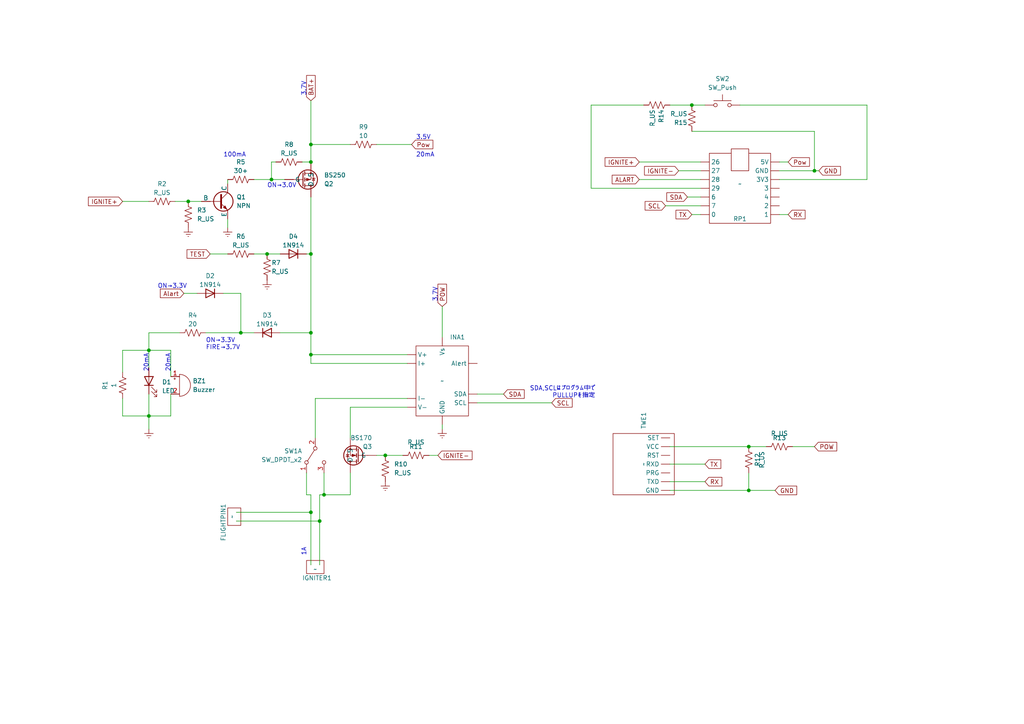
<source format=kicad_sch>
(kicad_sch (version 20230121) (generator eeschema)
  (paper "A4")
  (lib_symbols
    (symbol "Currentmeter-Voltmeter:INA226_module"
      (property "Reference" "INA226" (at 0 0 0))
      (symbol "INA226_module_0_1"
        (rectangle (start -7.62 10.16) (end 7.62 -10.16))
      )
      (symbol "INA226_module_1_1"
        (pin input line (at 10.16 5.08 180) (length 2.54) (name "Alert") (number ""))
        (pin input line (at 0 -12.7 90) (length 2.54) (name "GND") (number ""))
        (pin input line (at -10.16 5.08 0) (length 2.54) (name "I+") (number ""))
        (pin input line (at -10.16 -5.08 0) (length 2.54) (name "I-") (number ""))
        (pin input line (at 10.16 -6.35 180) (length 2.54) (name "SCL") (number ""))
        (pin input line (at 10.16 -3.81 180) (length 2.54) (name "SDA") (number ""))
        (pin input line (at -10.16 7.62 0) (length 2.54) (name "V+") (number ""))
        (pin input line (at -10.16 -7.62 0) (length 2.54) (name "V-") (number ""))
        (pin input line (at 0 12.7 270) (length 2.54) (name "Vs") (number ""))
      )
    )
    (symbol "Device:Buzzer" (pin_names (offset 0.0254) hide)
      (property "Reference" "BZ" (at 3.81 1.27 0))
      (property "Value" "Buzzer" (at 3.81 -1.27 0))
      (symbol "Buzzer_0_1"
        (arc (start 0 -3.175) (mid 3.1612 0) (end 0 3.175))
        (polyline (pts (xy -1.651 1.905) (xy -1.143 1.905)))
        (polyline (pts (xy -1.397 2.159) (xy -1.397 1.651)))
        (polyline (pts (xy 0 3.175) (xy 0 -3.175)))
      )
      (symbol "Buzzer_1_1"
        (pin passive line (at -2.54 2.54 0) (length 2.54) (name "-") (number "1"))
        (pin passive line (at -2.54 -2.54 0) (length 2.54) (name "+") (number "2"))
      )
    )
    (symbol "Device:LED" (pin_numbers hide) (pin_names (offset 1.016) hide)
      (property "Reference" "D" (at 0 2.54 0))
      (property "Value" "LED" (at 0 -2.54 0))
      (symbol "LED_0_1"
        (polyline (pts (xy -1.27 -1.27) (xy -1.27 1.27)) (stroke (width 0.254)))
        (polyline (pts (xy -1.27 0) (xy 1.27 0)))
        (polyline (pts (xy 1.27 -1.27) (xy 1.27 1.27) (xy -1.27 0) (xy 1.27 -1.27)) (stroke (width 0.254)))
        (polyline (pts (xy -3.048 -0.762) (xy -4.572 -2.286) (xy -3.81 -2.286) (xy -4.572 -2.286) (xy -4.572 -1.524)))
        (polyline (pts (xy -1.778 -0.762) (xy -3.302 -2.286) (xy -2.54 -2.286) (xy -3.302 -2.286) (xy -3.302 -1.524)))
      )
      (symbol "LED_1_1"
        (pin passive line (at -3.81 0 0) (length 2.54) (name "K") (number "1"))
        (pin passive line (at 3.81 0 180) (length 2.54) (name "A") (number "2"))
      )
    )
    (symbol "Device:R_US" (pin_numbers hide) (pin_names (offset 0))
      (property "Reference" "R" (at 2.54 0 90))
      (property "Value" "R_US" (at -2.54 0 90))
      (symbol "R_US_0_1"
        (polyline (pts (xy 0 -2.286) (xy 0 -2.54)))
        (polyline (pts (xy 0 2.286) (xy 0 2.54)))
        (polyline (pts (xy 0 -0.762) (xy 1.016 -1.143) (xy 0 -1.524) (xy -1.016 -1.905) (xy 0 -2.286)))
        (polyline (pts (xy 0 0.762) (xy 1.016 0.381) (xy 0 0) (xy -1.016 -0.381) (xy 0 -0.762)))
        (polyline (pts (xy 0 2.286) (xy 1.016 1.905) (xy 0 1.524) (xy -1.016 1.143) (xy 0 0.762)))
      )
      (symbol "R_US_1_1"
        (pin passive line (at 0 3.81 270) (length 1.27) (name "~") (number "1"))
        (pin passive line (at 0 -3.81 90) (length 1.27) (name "~") (number "2"))
      )
    )
    (symbol "Diode:1N914" (pin_numbers hide) (pin_names hide)
      (property "Reference" "D" (at 0 2.54 0))
      (property "Value" "1N914" (at 0 -2.54 0))
      (symbol "1N914_0_1"
        (polyline (pts (xy -1.27 1.27) (xy -1.27 -1.27)) (stroke (width 0.254)))
        (polyline (pts (xy 1.27 0) (xy -1.27 0)))
        (polyline (pts (xy 1.27 1.27) (xy 1.27 -1.27) (xy -1.27 0) (xy 1.27 1.27)) (stroke (width 0.254)))
      )
      (symbol "1N914_1_1"
        (pin passive line (at -3.81 0 0) (length 2.54) (name "K") (number "1"))
        (pin passive line (at 3.81 0 180) (length 2.54) (name "A") (number "2"))
      )
    )
    (symbol "Simulation_SPICE:NPN" (pin_numbers hide) (pin_names (offset 0))
      (property "Reference" "Q" (at -2.54 7.62 0))
      (property "Value" "NPN" (at -2.54 5.08 0))
      (symbol "NPN_0_1"
        (polyline (pts (xy -2.54 0) (xy 0.635 0)) (stroke (width 0.1524)))
        (polyline (pts (xy 0.635 0.635) (xy 2.54 2.54)))
        (polyline (pts (xy 2.794 -1.27) (xy 2.794 -1.27)) (stroke (width 0.1524)))
        (polyline (pts (xy 2.794 -1.27) (xy 2.794 -1.27)) (stroke (width 0.1524)))
        (polyline (pts (xy 0.635 -0.635) (xy 2.54 -2.54) (xy 2.54 -2.54)))
        (polyline (pts (xy 0.635 1.905) (xy 0.635 -1.905) (xy 0.635 -1.905)) (stroke (width 0.508)))
        (polyline (pts (xy 1.27 -1.778) (xy 1.778 -1.27) (xy 2.286 -2.286) (xy 1.27 -1.778) (xy 1.27 -1.778)) (fill (type outline)))
        (circle (center 1.27 0) (radius 2.8194) (stroke (width 0.254)))
      )
      (symbol "NPN_1_1"
        (pin open_collector line (at 2.54 5.08 270) (length 2.54) (name "C") (number "1"))
        (pin input line (at -5.08 0 0) (length 2.54) (name "B") (number "2"))
        (pin open_emitter line (at 2.54 -5.08 90) (length 2.54) (name "E") (number "3"))
      )
    )
    (symbol "SingleIgniter_1"
      (property "Reference" "Ig" (at 0 0 0))
      (symbol "SingleIgniter_1_0_1"
        (rectangle (start -2.54 2.54) (end 2.54 -1.27))
      )
      (symbol "SingleIgniter_1_1_1"
        (pin input line (at -1.27 1.27 90) (length 0) (name "") (number ""))
        (pin input line (at 1.27 1.27 90) (length 0) (name "") (number ""))
      )
    )
    (symbol "Switch:SW_DPDT_x2" (pin_names (offset 0) hide)
      (property "Reference" "SW" (at 0 4.318 0))
      (property "Value" "SW_DPDT_x2" (at 0 -5.08 0))
      (symbol "SW_DPDT_x2_0_0"
        (circle (center -2.032 0) (radius 0.508))
        (circle (center 2.032 -2.54) (radius 0.508))
      )
      (symbol "SW_DPDT_x2_0_1"
        (polyline (pts (xy -1.524 0.254) (xy 1.651 2.286)))
        (circle (center 2.032 2.54) (radius 0.508))
      )
      (symbol "SW_DPDT_x2_1_1"
        (pin passive line (at 5.08 2.54 180) (length 2.54) (name "A") (number "1"))
        (pin passive line (at -5.08 0 0) (length 2.54) (name "B") (number "2"))
        (pin passive line (at 5.08 -2.54 180) (length 2.54) (name "C") (number "3"))
      )
      (symbol "SW_DPDT_x2_2_1"
        (pin passive line (at 5.08 2.54 180) (length 2.54) (name "A") (number "4"))
        (pin passive line (at -5.08 0 0) (length 2.54) (name "B") (number "5"))
        (pin passive line (at 5.08 -2.54 180) (length 2.54) (name "C") (number "6"))
      )
    )
    (symbol "Switch:SW_Push" (pin_numbers hide) (pin_names (offset 1.016) hide)
      (property "Reference" "SW" (at 1.27 2.54 0))
      (property "Value" "SW_Push" (at 0 -1.524 0))
      (symbol "SW_Push_0_1"
        (circle (center -2.032 0) (radius 0.508))
        (polyline (pts (xy 0 1.27) (xy 0 3.048)))
        (polyline (pts (xy 2.54 1.27) (xy -2.54 1.27)))
        (circle (center 2.032 0) (radius 0.508))
        (pin passive line (at -5.08 0 0) (length 2.54) (name "1") (number "1"))
        (pin passive line (at 5.08 0 180) (length 2.54) (name "2") (number "2"))
      )
    )
    (symbol "Transistor_FET:BS170" (pin_numbers hide)
      (property "Reference" "Q" (at 5.08 1.905 0))
      (property "Value" "BS170" (at 5.08 0 0))
      (symbol "BS170_0_1"
        (polyline (pts (xy 0.254 0) (xy -2.54 0)))
        (polyline (pts (xy 0.254 1.905) (xy 0.254 -1.905)) (stroke (width 0.254)))
        (polyline (pts (xy 0.762 -1.27) (xy 0.762 -2.286)) (stroke (width 0.254)))
        (polyline (pts (xy 0.762 0.508) (xy 0.762 -0.508)) (stroke (width 0.254)))
        (polyline (pts (xy 0.762 2.286) (xy 0.762 1.27)) (stroke (width 0.254)))
        (polyline (pts (xy 2.54 2.54) (xy 2.54 1.778)))
        (polyline (pts (xy 2.54 -2.54) (xy 2.54 0) (xy 0.762 0)))
        (polyline (pts (xy 0.762 -1.778) (xy 3.302 -1.778) (xy 3.302 1.778) (xy 0.762 1.778)))
        (polyline (pts (xy 1.016 0) (xy 2.032 0.381) (xy 2.032 -0.381) (xy 1.016 0)) (fill (type outline)))
        (polyline (pts (xy 2.794 0.508) (xy 2.921 0.381) (xy 3.683 0.381) (xy 3.81 0.254)))
        (polyline (pts (xy 3.302 0.381) (xy 2.921 -0.254) (xy 3.683 -0.254) (xy 3.302 0.381)))
        (circle (center 1.651 0) (radius 2.794) (stroke (width 0.254)))
        (circle (center 2.54 -1.778) (radius 0.254) (fill (type outline)))
        (circle (center 2.54 1.778) (radius 0.254) (fill (type outline)))
      )
      (symbol "BS170_1_1"
        (pin passive line (at 2.54 5.08 270) (length 2.54) (name "D") (number "1"))
        (pin input line (at -5.08 0 0) (length 2.54) (name "G") (number "2"))
        (pin passive line (at 2.54 -5.08 90) (length 2.54) (name "S") (number "3"))
      )
    )
    (symbol "Transistor_FET:BS250" (pin_numbers hide)
      (property "Reference" "Q" (at 5.08 1.905 0))
      (property "Value" "BS250" (at 5.08 0 0))
      (symbol "BS250_0_1"
        (polyline (pts (xy 0.254 0) (xy -2.54 0)))
        (polyline (pts (xy 0.254 1.905) (xy 0.254 -1.905)) (stroke (width 0.254)))
        (polyline (pts (xy 0.762 -1.27) (xy 0.762 -2.286)) (stroke (width 0.254)))
        (polyline (pts (xy 0.762 0.508) (xy 0.762 -0.508)) (stroke (width 0.254)))
        (polyline (pts (xy 0.762 2.286) (xy 0.762 1.27)) (stroke (width 0.254)))
        (polyline (pts (xy 2.54 2.54) (xy 2.54 1.778)))
        (polyline (pts (xy 2.54 -2.54) (xy 2.54 0) (xy 0.762 0)))
        (polyline (pts (xy 0.762 1.778) (xy 3.302 1.778) (xy 3.302 -1.778) (xy 0.762 -1.778)))
        (polyline (pts (xy 2.286 0) (xy 1.27 0.381) (xy 1.27 -0.381) (xy 2.286 0)) (fill (type outline)))
        (polyline (pts (xy 2.794 -0.508) (xy 2.921 -0.381) (xy 3.683 -0.381) (xy 3.81 -0.254)))
        (polyline (pts (xy 3.302 -0.381) (xy 2.921 0.254) (xy 3.683 0.254) (xy 3.302 -0.381)))
        (circle (center 1.651 0) (radius 2.794) (stroke (width 0.254)))
        (circle (center 2.54 -1.778) (radius 0.254) (fill (type outline)))
        (circle (center 2.54 1.778) (radius 0.254) (fill (type outline)))
      )
      (symbol "BS250_1_1"
        (pin passive line (at 2.54 5.08 270) (length 2.54) (name "D") (number "1"))
        (pin input line (at -5.08 0 0) (length 2.54) (name "G") (number "2"))
        (pin passive line (at 2.54 -5.08 90) (length 2.54) (name "S") (number "3"))
      )
    )
    (symbol "miconboard:Seeed_Xiao_RP2040"
      (property "Reference" "RP2040" (at 0 -1.27 90))
      (symbol "Seeed_Xiao_RP2040_1_1"
        (polyline (pts (xy -8.89 -11.43) (xy -8.89 8.89) (xy -2.54 8.89) (xy -2.54 10.16) (xy -2.54 3.81) (xy 2.54 3.81) (xy 2.54 10.16) (xy -2.54 10.16) (xy 2.54 10.16) (xy 2.54 8.89) (xy 8.89 8.89) (xy 8.89 -11.43) (xy -7.62 -11.43) (xy -8.89 -11.43)))
        (pin input line (at -11.43 -8.89 0) (length 2.54) (name "0") (number ""))
        (pin input line (at 11.43 -8.89 180) (length 2.54) (name "1") (number ""))
        (pin input line (at 11.43 -6.35 180) (length 2.54) (name "2") (number ""))
        (pin input line (at -11.43 6.35 0) (length 2.54) (name "26") (number ""))
        (pin input line (at -11.43 3.81 0) (length 2.54) (name "27") (number ""))
        (pin input line (at -11.43 1.27 0) (length 2.54) (name "28") (number ""))
        (pin input line (at -11.43 -1.27 0) (length 2.54) (name "29") (number ""))
        (pin input line (at 11.43 -1.27 180) (length 2.54) (name "3") (number ""))
        (pin input line (at 11.43 1.27 180) (length 2.54) (name "3V3") (number ""))
        (pin input line (at 11.43 -3.81 180) (length 2.54) (name "4") (number ""))
        (pin input line (at 11.43 6.35 180) (length 2.54) (name "5V") (number ""))
        (pin input line (at -11.43 -3.81 0) (length 2.54) (name "6") (number ""))
        (pin input line (at -11.43 -6.35 0) (length 2.54) (name "7") (number ""))
        (pin input line (at 11.43 3.81 180) (length 2.54) (name "GND") (number ""))
      )
    )
    (symbol "miconboard:TWELITE_UART"
      (property "Reference" "TWE" (at 0 0 0))
      (symbol "TWELITE_UART_0_1"
        (rectangle (start -8.89 8.89) (end 8.89 -8.89))
      )
      (symbol "TWELITE_UART_1_1"
        (pin input line (at -7.62 -7.62 90) (length 2.54) (name "GND") (number ""))
        (pin input line (at -2.54 -7.62 90) (length 2.54) (name "PRG") (number ""))
        (pin input line (at 2.54 -7.62 90) (length 2.54) (name "RST") (number ""))
        (pin input line (at 0 -7.62 90) (length 2.54) (name "RXD") (number ""))
        (pin input line (at 7.62 -7.62 90) (length 2.54) (name "SET") (number ""))
        (pin input line (at -5.08 -7.62 90) (length 2.54) (name "TXD") (number ""))
        (pin input line (at 5.08 -7.62 90) (length 2.54) (name "VCC") (number ""))
      )
    )
    (symbol "power:Earth" (power) (pin_names (offset 0))
      (symbol "Earth_0_1"
        (polyline (pts (xy -0.635 -1.905) (xy 0.635 -1.905)))
        (polyline (pts (xy -0.127 -2.54) (xy 0.127 -2.54)))
        (polyline (pts (xy 0 -1.27) (xy 0 0)))
        (polyline (pts (xy 1.27 -1.27) (xy -1.27 -1.27)))
      )
      (symbol "Earth_1_1"
        (pin power_in line (at 0 0 270) (length 0) hide (name "Earth") (number "1"))
      )
    )
  )
  (junction (at 236.22 49.53))
  (junction (at 217.17 142.24))
  (junction (at 92.71 151.13))
  (junction (at 200.66 30.48))
  (junction (at 43.18 120.65))
  (junction (at 54.61 58.42))
  (junction (at 43.18 101.6))
  (junction (at 90.17 46.99))
  (junction (at 90.17 41.91))
  (junction (at 90.17 102.87))
  (junction (at 78.74 52.07))
  (junction (at 69.85 96.52))
  (junction (at 90.17 96.52))
  (junction (at 90.17 73.66))
  (junction (at 77.47 73.66))
  (junction (at 111.76 132.08))
  (junction (at 217.17 129.54))
  (junction (at 93.98 143.51))
  (junction (at 90.17 148.59))
  (wire (pts (xy 90.17 73.66) (xy 90.17 96.52)))
  (wire (pts (xy 138.43 116.84) (xy 160.02 116.84)))
  (wire (pts (xy 101.6 118.11) (xy 118.11 118.11)))
  (wire (pts (xy 229.87 129.54) (xy 236.22 129.54)))
  (wire (pts (xy 217.17 142.24) (xy 224.79 142.24)))
  (wire (pts (xy 118.11 115.57) (xy 91.44 115.57)))
  (wire (pts (xy 87.63 46.99) (xy 90.17 46.99)))
  (wire (pts (xy 194.31 30.48) (xy 200.66 30.48)))
  (wire (pts (xy 88.9 73.66) (xy 90.17 73.66)))
  (wire (pts (xy 194.31 142.24) (xy 217.17 142.24)))
  (wire (pts (xy 90.17 143.51) (xy 90.17 148.59)))
  (wire (pts (xy 251.46 30.48) (xy 251.46 52.07)))
  (wire (pts (xy 90.17 41.91) (xy 90.17 46.99)))
  (wire (pts (xy 35.56 120.65) (xy 43.18 120.65)))
  (wire (pts (xy 118.11 105.41) (xy 90.17 105.41)))
  (wire (pts (xy 35.56 101.6) (xy 43.18 101.6)))
  (wire (pts (xy 171.45 30.48) (xy 171.45 54.61)))
  (wire (pts (xy 49.53 101.6) (xy 49.53 109.22)))
  (wire (pts (xy 43.18 96.52) (xy 43.18 101.6)))
  (wire (pts (xy 226.06 49.53) (xy 236.22 49.53)))
  (wire (pts (xy 217.17 129.54) (xy 222.25 129.54)))
  (wire (pts (xy 53.34 85.09) (xy 57.15 85.09)))
  (wire (pts (xy 59.69 96.52) (xy 69.85 96.52)))
  (wire (pts (xy 43.18 101.6) (xy 43.18 106.68)))
  (wire (pts (xy 43.18 114.3) (xy 43.18 120.65)))
  (wire (pts (xy 35.56 107.95) (xy 35.56 101.6)))
  (wire (pts (xy 69.85 85.09) (xy 69.85 96.52)))
  (wire (pts (xy 236.22 49.53) (xy 237.49 49.53)))
  (wire (pts (xy 90.17 143.51) (xy 88.9 143.51)))
  (wire (pts (xy 50.8 58.42) (xy 54.61 58.42)))
  (wire (pts (xy 199.39 57.15) (xy 203.2 57.15)))
  (wire (pts (xy 90.17 41.91) (xy 101.6 41.91)))
  (wire (pts (xy 228.6 46.99) (xy 226.06 46.99)))
  (wire (pts (xy 214.63 30.48) (xy 251.46 30.48)))
  (wire (pts (xy 116.84 132.08) (xy 111.76 132.08)))
  (wire (pts (xy 128.27 123.19) (xy 128.27 124.46)))
  (wire (pts (xy 93.98 143.51) (xy 93.98 137.16)))
  (wire (pts (xy 251.46 52.07) (xy 226.06 52.07)))
  (wire (pts (xy 43.18 96.52) (xy 52.07 96.52)))
  (wire (pts (xy 109.22 41.91) (xy 119.38 41.91)))
  (wire (pts (xy 78.74 46.99) (xy 78.74 52.07)))
  (wire (pts (xy 68.58 148.59) (xy 90.17 148.59)))
  (wire (pts (xy 90.17 29.21) (xy 90.17 41.91)))
  (wire (pts (xy 196.85 49.53) (xy 203.2 49.53)))
  (wire (pts (xy 101.6 137.16) (xy 101.6 143.51)))
  (wire (pts (xy 73.66 52.07) (xy 78.74 52.07)))
  (wire (pts (xy 193.04 59.69) (xy 203.2 59.69)))
  (wire (pts (xy 194.31 139.7) (xy 204.47 139.7)))
  (wire (pts (xy 200.66 62.23) (xy 203.2 62.23)))
  (wire (pts (xy 88.9 143.51) (xy 88.9 137.16)))
  (wire (pts (xy 124.46 132.08) (xy 127 132.08)))
  (wire (pts (xy 185.42 52.07) (xy 203.2 52.07)))
  (wire (pts (xy 90.17 57.15) (xy 90.17 73.66)))
  (wire (pts (xy 43.18 101.6) (xy 49.53 101.6)))
  (wire (pts (xy 101.6 127) (xy 101.6 118.11)))
  (wire (pts (xy 111.76 132.08) (xy 109.22 132.08)))
  (wire (pts (xy 194.31 129.54) (xy 217.17 129.54)))
  (wire (pts (xy 66.04 52.07) (xy 66.04 53.34)))
  (wire (pts (xy 73.66 73.66) (xy 77.47 73.66)))
  (wire (pts (xy 128.27 88.9) (xy 128.27 97.79)))
  (wire (pts (xy 92.71 151.13) (xy 92.71 143.51)))
  (wire (pts (xy 66.04 63.5) (xy 66.04 66.04)))
  (wire (pts (xy 194.31 134.62) (xy 204.47 134.62)))
  (wire (pts (xy 217.17 137.16) (xy 217.17 142.24)))
  (wire (pts (xy 49.53 114.3) (xy 49.53 120.65)))
  (wire (pts (xy 92.71 151.13) (xy 92.71 163.83)))
  (wire (pts (xy 43.18 120.65) (xy 43.18 124.46)))
  (wire (pts (xy 77.47 73.66) (xy 81.28 73.66)))
  (wire (pts (xy 90.17 96.52) (xy 90.17 102.87)))
  (wire (pts (xy 54.61 58.42) (xy 58.42 58.42)))
  (wire (pts (xy 138.43 114.3) (xy 146.05 114.3)))
  (wire (pts (xy 68.58 151.13) (xy 92.71 151.13)))
  (wire (pts (xy 64.77 85.09) (xy 69.85 85.09)))
  (wire (pts (xy 78.74 52.07) (xy 82.55 52.07)))
  (wire (pts (xy 60.96 73.66) (xy 66.04 73.66)))
  (wire (pts (xy 91.44 115.57) (xy 91.44 127)))
  (wire (pts (xy 101.6 143.51) (xy 93.98 143.51)))
  (wire (pts (xy 81.28 96.52) (xy 90.17 96.52)))
  (wire (pts (xy 171.45 54.61) (xy 203.2 54.61)))
  (wire (pts (xy 186.69 30.48) (xy 171.45 30.48)))
  (wire (pts (xy 90.17 148.59) (xy 90.17 163.83)))
  (wire (pts (xy 226.06 62.23) (xy 228.6 62.23)))
  (wire (pts (xy 49.53 120.65) (xy 43.18 120.65)))
  (wire (pts (xy 236.22 38.1) (xy 236.22 49.53)))
  (wire (pts (xy 185.42 46.99) (xy 203.2 46.99)))
  (wire (pts (xy 200.66 38.1) (xy 236.22 38.1)))
  (wire (pts (xy 90.17 105.41) (xy 90.17 102.87)))
  (wire (pts (xy 35.56 115.57) (xy 35.56 120.65)))
  (wire (pts (xy 78.74 46.99) (xy 80.01 46.99)))
  (wire (pts (xy 69.85 96.52) (xy 73.66 96.52)))
  (wire (pts (xy 200.66 30.48) (xy 204.47 30.48)))
  (wire (pts (xy 93.98 143.51) (xy 92.71 143.51)))
  (wire (pts (xy 35.56 58.42) (xy 43.18 58.42)))
  (wire (pts (xy 90.17 102.87) (xy 118.11 102.87)))
  (text "3.7V" (at 88.9 27.94 90) (effects (font (size 1.27 1.27)) (justify left bottom)))
  (text "20mA" (at 49.53 107.95 90) (effects (font (size 1.27 1.27)) (justify left bottom)))
  (text "20mA" (at 43.18 107.95 90) (effects (font (size 1.27 1.27)) (justify left bottom)))
  (text "ON→3.0V" (at 77.47 54.61 0) (effects (font (size 1.27 1.27)) (justify left bottom)))
  (text "100mA" (at 64.77 45.72 0) (effects (font (size 1.27 1.27)) (justify left bottom)))
  (text "SDA,SCLはプログラム中で\nPULLUPを指定" (at 172.72 115.57 0) (effects (font (size 1.27 1.27)) (justify right bottom)))
  (text "1A" (at 88.9 161.29 90) (effects (font (size 1.27 1.27)) (justify left bottom)))
  (text "ON→3.3V\nFIRE→3.7V" (at 59.69 101.6 0) (effects (font (size 1.27 1.27)) (justify left bottom)))
  (text "3.5V" (at 120.65 40.64 0) (effects (font (size 1.27 1.27)) (justify left bottom)))
  (text "3.7V" (at 127 87.63 90) (effects (font (size 1.27 1.27)) (justify left bottom)))
  (text "20mA" (at 120.65 45.72 0) (effects (font (size 1.27 1.27)) (justify left bottom)))
  (text "ON→3.3V" (at 45.72 83.82 0) (effects (font (size 1.27 1.27)) (justify left bottom)))
  (global_label "SCL" (shape input) (at 160.02 116.84 0) (property "Intersheetrefs" "${INTERSHEET_REFS}" (effects hide)))
  (global_label "RX" (shape input) (at 228.6 62.23 0) (property "Intersheetrefs" "${INTERSHEET_REFS}" (effects hide)))
  (global_label "Alart" (shape input) (at 53.34 85.09 180) (property "Intersheetrefs" "${INTERSHEET_REFS}" (effects hide)))
  (global_label "IGNITE+" (shape input) (at 185.42 46.99 180) (property "Intersheetrefs" "${INTERSHEET_REFS}" (effects hide)))
  (global_label "POW" (shape input) (at 236.22 129.54 0) (property "Intersheetrefs" "${INTERSHEET_REFS}" (effects hide)))
  (global_label "GND" (shape input) (at 224.79 142.24 0) (property "Intersheetrefs" "${INTERSHEET_REFS}" (effects hide)))
  (global_label "IGNITE-" (shape input) (at 127 132.08 0) (property "Intersheetrefs" "${INTERSHEET_REFS}" (effects hide)))
  (global_label "ALART" (shape input) (at 185.42 52.07 180) (property "Intersheetrefs" "${INTERSHEET_REFS}" (effects hide)))
  (global_label "IGNITE+" (shape input) (at 35.56 58.42 180) (property "Intersheetrefs" "${INTERSHEET_REFS}" (effects hide)))
  (global_label "Pow" (shape input) (at 119.38 41.91 0) (property "Intersheetrefs" "${INTERSHEET_REFS}" (effects hide)))
  (global_label "SDA" (shape input) (at 146.05 114.3 0) (property "Intersheetrefs" "${INTERSHEET_REFS}" (effects hide)))
  (global_label "BAT+" (shape input) (at 90.17 29.21 90) (property "Intersheetrefs" "${INTERSHEET_REFS}" (effects hide)))
  (global_label "TX" (shape input) (at 204.47 134.62 0) (property "Intersheetrefs" "${INTERSHEET_REFS}" (effects hide)))
  (global_label "RX" (shape input) (at 204.47 139.7 0) (property "Intersheetrefs" "${INTERSHEET_REFS}" (effects hide)))
  (global_label "POW" (shape input) (at 128.27 88.9 90) (property "Intersheetrefs" "${INTERSHEET_REFS}" (effects hide)))
  (global_label "TEST" (shape input) (at 60.96 73.66 180) (property "Intersheetrefs" "${INTERSHEET_REFS}" (effects hide)))
  (global_label "TX" (shape input) (at 200.66 62.23 180) (property "Intersheetrefs" "${INTERSHEET_REFS}" (effects hide)))
  (global_label "IGNITE-" (shape input) (at 196.85 49.53 180) (property "Intersheetrefs" "${INTERSHEET_REFS}" (effects hide)))
  (global_label "Pow" (shape input) (at 228.6 46.99 0) (property "Intersheetrefs" "${INTERSHEET_REFS}" (effects hide)))
  (global_label "GND" (shape input) (at 237.49 49.53 0) (property "Intersheetrefs" "${INTERSHEET_REFS}" (effects hide)))
  (global_label "SDA" (shape input) (at 199.39 57.15 180) (property "Intersheetrefs" "${INTERSHEET_REFS}" (effects hide)))
  (global_label "SCL" (shape input) (at 193.04 59.69 180) (property "Intersheetrefs" "${INTERSHEET_REFS}" (effects hide)))
  (symbol (lib_name "SingleIgniter_1") (lib_id "Modelrocket Igniter:SingleIgniter") (at 91.44 165.1 0) (unit 1)
    (property "Reference" "IGNITER1" (at 87.63 167.64 0) (effects (justify left)))
    (property "Value" "~" (at 91.44 165.1 0))
  )
  (symbol (lib_id "Device:R_US") (at 35.56 111.76 180) (unit 1)
    (property "Reference" "R1" (at 30.48 111.76 90))
    (property "Value" "1" (at 33.02 111.76 90))
  )
  (symbol (lib_id "Device:R_US") (at 217.17 133.35 180) (unit 1)
    (property "Reference" "R12" (at 219.71 133.35 90))
    (property "Value" "R_US" (at 220.98 133.35 90))
  )
  (symbol (lib_id "Transistor_FET:BS170") (at 104.14 132.08 180) (unit 1)
    (property "Reference" "Q3" (at 107.95 129.54 0) (effects (justify left)))
    (property "Value" "BS170" (at 107.95 127 0) (effects (justify left)))
    (property "Footprint" "Package_TO_SOT_THT:TO-92_Inline" (effects hide))
    (property "Datasheet" "https://www.onsemi.com/pub/Collateral/BS170-D.PDF" (effects hide))
  )
  (symbol (lib_id "power:Earth") (at 54.61 66.04 0) (unit 1)
    (property "Reference" "#PWR02" (effects hide))
    (property "Value" "Earth" (effects hide))
  )
  (symbol (lib_id "power:Earth") (at 128.27 124.46 0) (unit 1)
    (property "Reference" "#PWR06" (effects hide))
    (property "Value" "Earth" (effects hide))
  )
  (symbol (lib_id "Device:R_US") (at 83.82 46.99 270) (unit 1)
    (property "Reference" "R8" (at 83.82 41.91 90))
    (property "Value" "R_US" (at 83.82 44.45 90))
  )
  (symbol (lib_id "Simulation_SPICE:NPN") (at 63.5 58.42 0) (unit 1)
    (property "Reference" "Q1" (at 68.58 57.15 0) (effects (justify left)))
    (property "Value" "NPN" (at 68.58 59.69 0) (effects (justify left)))
    (property "Sim.Device" "NPN" (effects hide))
    (property "Sim.Type" "GUMMELPOON" (effects hide))
    (property "Sim.Pins" "1=C 2=B 3=E" (effects hide))
  )
  (symbol (lib_id "Currentmeter-Voltmeter:INA226_module") (at 128.27 110.49 0) (unit 1)
    (property "Reference" "INA1" (at 130.4641 97.79 0) (effects (justify left)))
    (property "Value" "~" (at 128.27 110.49 0))
  )
  (symbol (lib_id "miconboard:TWELITE_UART") (at 186.69 134.62 90) (unit 1)
    (property "Reference" "TWE1" (at 186.69 124.46 0) (effects (justify left)))
    (property "Value" "~" (at 186.69 134.62 0))
  )
  (symbol (lib_id "power:Earth") (at 43.18 124.46 0) (unit 1)
    (property "Reference" "#PWR01" (effects hide))
    (property "Value" "Earth" (effects hide))
  )
  (symbol (lib_id "Device:Buzzer") (at 52.07 111.76 0) (unit 1)
    (property "Reference" "BZ1" (at 55.88 110.49 0) (effects (justify left)))
    (property "Value" "Buzzer" (at 55.88 113.03 0) (effects (justify left)))
  )
  (symbol (lib_id "Device:R_US") (at 55.88 96.52 90) (unit 1)
    (property "Reference" "R4" (at 55.88 91.44 90))
    (property "Value" "20" (at 55.88 93.98 90))
  )
  (symbol (lib_id "Device:R_US") (at 69.85 52.07 270) (unit 1)
    (property "Reference" "R5" (at 69.85 46.99 90))
    (property "Value" "30+" (at 69.85 49.53 90))
  )
  (symbol (lib_id "Diode:1N914") (at 85.09 73.66 0) (mirror y) (unit 1)
    (property "Reference" "D4" (at 85.09 68.58 0))
    (property "Value" "1N914" (at 85.09 71.12 0))
    (property "Footprint" "Diode_THT:D_DO-35_SOD27_P7.62mm_Horizontal" (effects hide))
    (property "Datasheet" "http://www.vishay.com/docs/85622/1n914.pdf" (effects hide))
    (property "Sim.Device" "D" (effects hide))
    (property "Sim.Pins" "1=K 2=A" (effects hide))
  )
  (symbol (lib_name "SingleIgniter_1") (lib_id "Modelrocket Igniter:SingleIgniter") (at 67.31 149.86 270) (unit 1)
    (property "Reference" "FLIGHTPIN1" (at 64.77 146.05 0) (effects (justify left)))
    (property "Value" "~" (at 67.31 149.86 0))
  )
  (symbol (lib_id "Device:R_US") (at 46.99 58.42 270) (unit 1)
    (property "Reference" "R2" (at 46.99 53.34 90))
    (property "Value" "R_US" (at 46.99 55.88 90))
  )
  (symbol (lib_id "Diode:1N914") (at 60.96 85.09 0) (mirror y) (unit 1)
    (property "Reference" "D2" (at 60.96 80.01 0))
    (property "Value" "1N914" (at 60.96 82.55 0))
    (property "Footprint" "Diode_THT:D_DO-35_SOD27_P7.62mm_Horizontal" (effects hide))
    (property "Datasheet" "http://www.vishay.com/docs/85622/1n914.pdf" (effects hide))
    (property "Sim.Device" "D" (effects hide))
    (property "Sim.Pins" "1=K 2=A" (effects hide))
  )
  (symbol (lib_id "Device:R_US") (at 200.66 34.29 180) (unit 1)
    (property "Reference" "R15" (at 199.39 35.56 0) (effects (justify left)))
    (property "Value" "R_US" (at 199.39 33.02 0) (effects (justify left)))
  )
  (symbol (lib_id "Device:R_US") (at 111.76 135.89 180) (unit 1)
    (property "Reference" "R10" (at 114.3 134.62 0) (effects (justify right)))
    (property "Value" "R_US" (at 114.3 137.16 0) (effects (justify right)))
  )
  (symbol (lib_id "Device:LED") (at 43.18 110.49 90) (unit 1)
    (property "Reference" "D1" (at 46.99 110.8075 90) (effects (justify right)))
    (property "Value" "LED" (at 46.99 113.3475 90) (effects (justify right)))
  )
  (symbol (lib_id "Device:R_US") (at 120.65 132.08 270) (unit 1)
    (property "Reference" "R11" (at 120.65 129.54 90))
    (property "Value" "R_US" (at 120.65 128.27 90))
  )
  (symbol (lib_id "Device:R_US") (at 77.47 77.47 0) (unit 1)
    (property "Reference" "R7" (at 78.74 76.2 0) (effects (justify left)))
    (property "Value" "R_US" (at 78.74 78.74 0) (effects (justify left)))
  )
  (symbol (lib_id "Switch:SW_Push") (at 209.55 30.48 0) (unit 1)
    (property "Reference" "SW2" (at 209.55 22.86 0))
    (property "Value" "SW_Push" (at 209.55 25.4 0))
  )
  (symbol (lib_id "power:Earth") (at 77.47 81.28 0) (unit 1)
    (property "Reference" "#PWR04" (effects hide))
    (property "Value" "Earth" (effects hide))
  )
  (symbol (lib_id "Device:R_US") (at 190.5 30.48 270) (unit 1)
    (property "Reference" "R14" (at 191.77 31.75 0) (effects (justify left)))
    (property "Value" "R_US" (at 189.23 31.75 0) (effects (justify left)))
  )
  (symbol (lib_id "Device:R_US") (at 226.06 129.54 270) (unit 1)
    (property "Reference" "R13" (at 226.06 127 90))
    (property "Value" "R_US" (at 226.06 125.73 90))
  )
  (symbol (lib_id "miconboard:Seeed_Xiao_RP2040") (at 214.63 53.34 0) (unit 1)
    (property "Reference" "RP1" (at 214.63 63.5 0))
    (property "Value" "~" (at 214.63 53.34 0))
  )
  (symbol (lib_id "Device:R_US") (at 54.61 62.23 180) (unit 1)
    (property "Reference" "R3" (at 57.15 60.96 0) (effects (justify right)))
    (property "Value" "R_US" (at 57.15 63.5 0) (effects (justify right)))
  )
  (symbol (lib_id "Diode:1N914") (at 77.47 96.52 0) (unit 1)
    (property "Reference" "D3" (at 77.47 91.44 0))
    (property "Value" "1N914" (at 77.47 93.98 0))
    (property "Footprint" "Diode_THT:D_DO-35_SOD27_P7.62mm_Horizontal" (effects hide))
    (property "Datasheet" "http://www.vishay.com/docs/85622/1n914.pdf" (effects hide))
    (property "Sim.Device" "D" (effects hide))
    (property "Sim.Pins" "1=K 2=A" (effects hide))
  )
  (symbol (lib_id "Switch:SW_DPDT_x2") (at 91.44 132.08 90) (mirror x) (unit 1)
    (property "Reference" "SW1" (at 87.63 130.81 90) (effects (justify left)))
    (property "Value" "SW_DPDT_x2" (at 87.63 133.35 90) (effects (justify left)))
  )
  (symbol (lib_id "Device:R_US") (at 69.85 73.66 270) (unit 1)
    (property "Reference" "R6" (at 69.85 68.58 90))
    (property "Value" "R_US" (at 69.85 71.12 90))
  )
  (symbol (lib_id "power:Earth") (at 111.76 139.7 0) (unit 1)
    (property "Reference" "#PWR05" (effects hide))
    (property "Value" "Earth" (effects hide))
  )
  (symbol (lib_id "power:Earth") (at 66.04 66.04 0) (unit 1)
    (property "Reference" "#PWR03" (effects hide))
    (property "Value" "Earth" (effects hide))
  )
  (symbol (lib_id "Transistor_FET:BS250") (at 87.63 52.07 0) (mirror x) (unit 1)
    (property "Reference" "Q2" (at 93.98 53.34 0) (effects (justify left)))
    (property "Value" "BS250" (at 93.98 50.8 0) (effects (justify left)))
    (property "Footprint" "Package_TO_SOT_THT:TO-92_Inline" (effects hide))
    (property "Datasheet" "http://www.vishay.com/docs/70209/70209.pdf" (effects hide))
  )
  (symbol (lib_id "Device:R_US") (at 105.41 41.91 270) (unit 1)
    (property "Reference" "R9" (at 105.41 36.83 90))
    (property "Value" "10" (at 105.41 39.37 90))
  )
)
</source>
